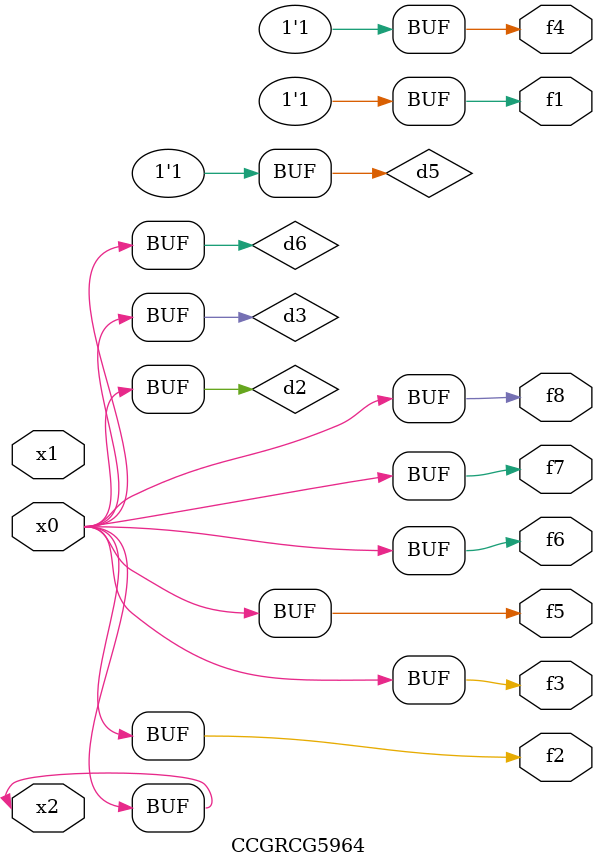
<source format=v>
module CCGRCG5964(
	input x0, x1, x2,
	output f1, f2, f3, f4, f5, f6, f7, f8
);

	wire d1, d2, d3, d4, d5, d6;

	xnor (d1, x2);
	buf (d2, x0, x2);
	and (d3, x0);
	xnor (d4, x1, x2);
	nand (d5, d1, d3);
	buf (d6, d2, d3);
	assign f1 = d5;
	assign f2 = d6;
	assign f3 = d6;
	assign f4 = d5;
	assign f5 = d6;
	assign f6 = d6;
	assign f7 = d6;
	assign f8 = d6;
endmodule

</source>
